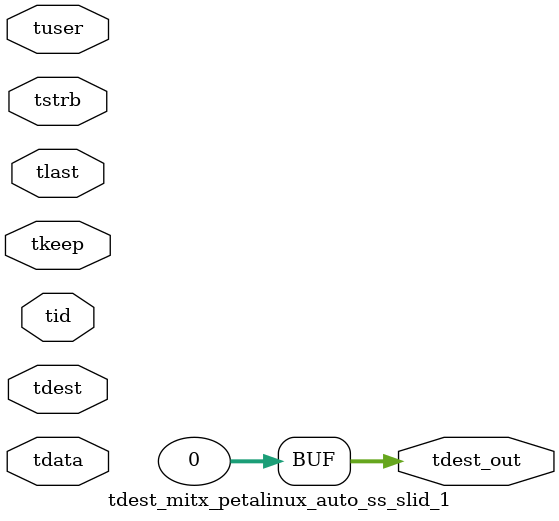
<source format=v>


`timescale 1ps/1ps

module tdest_mitx_petalinux_auto_ss_slid_1 #
(
parameter C_S_AXIS_TDATA_WIDTH = 32,
parameter C_S_AXIS_TUSER_WIDTH = 0,
parameter C_S_AXIS_TID_WIDTH   = 0,
parameter C_S_AXIS_TDEST_WIDTH = 0,
parameter C_M_AXIS_TDEST_WIDTH = 32
)
(
input  [(C_S_AXIS_TDATA_WIDTH == 0 ? 1 : C_S_AXIS_TDATA_WIDTH)-1:0     ] tdata,
input  [(C_S_AXIS_TUSER_WIDTH == 0 ? 1 : C_S_AXIS_TUSER_WIDTH)-1:0     ] tuser,
input  [(C_S_AXIS_TID_WIDTH   == 0 ? 1 : C_S_AXIS_TID_WIDTH)-1:0       ] tid,
input  [(C_S_AXIS_TDEST_WIDTH == 0 ? 1 : C_S_AXIS_TDEST_WIDTH)-1:0     ] tdest,
input  [(C_S_AXIS_TDATA_WIDTH/8)-1:0 ] tkeep,
input  [(C_S_AXIS_TDATA_WIDTH/8)-1:0 ] tstrb,
input                                                                    tlast,
output [C_M_AXIS_TDEST_WIDTH-1:0] tdest_out
);

assign tdest_out = {2'b00};

endmodule


</source>
